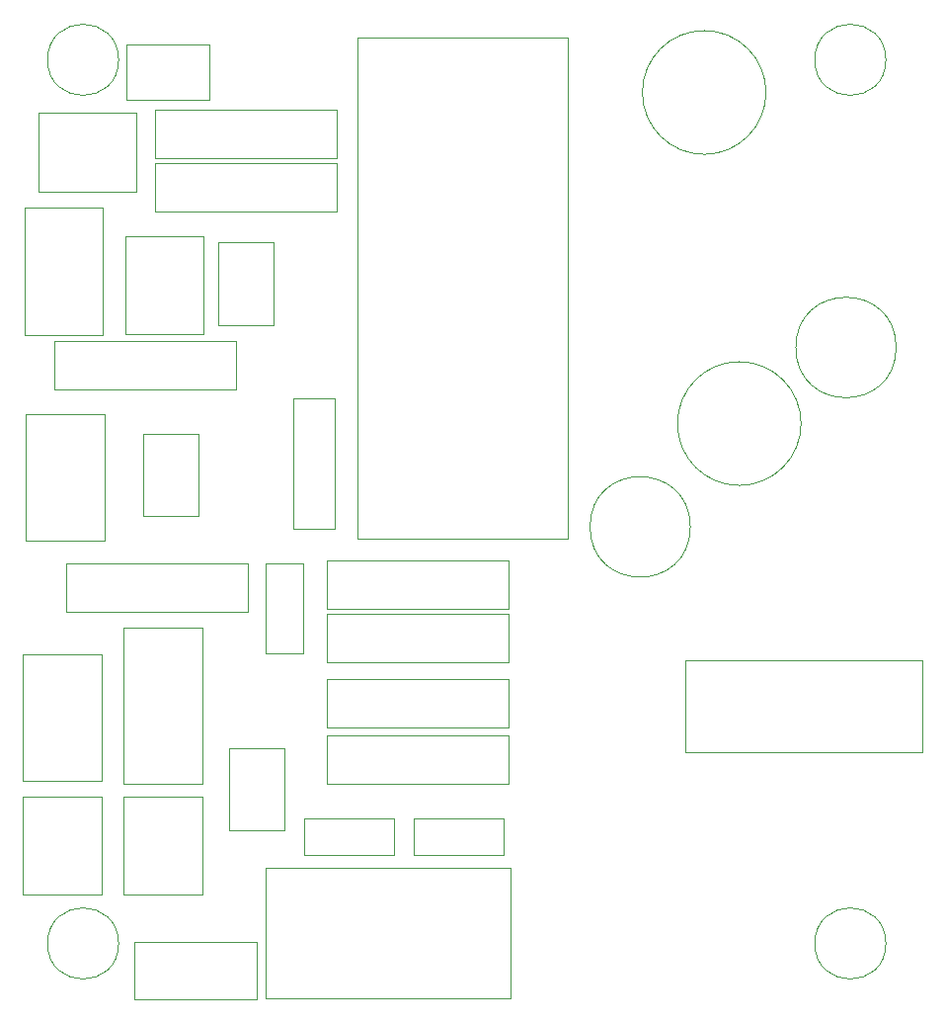
<source format=gbr>
G04 #@! TF.GenerationSoftware,KiCad,Pcbnew,5.0.2-bee76a0~70~ubuntu18.04.1*
G04 #@! TF.CreationDate,2019-05-27T22:26:56+02:00*
G04 #@! TF.ProjectId,flypi,666c7970-692e-46b6-9963-61645f706362,rev?*
G04 #@! TF.SameCoordinates,Original*
G04 #@! TF.FileFunction,Other,User*
%FSLAX46Y46*%
G04 Gerber Fmt 4.6, Leading zero omitted, Abs format (unit mm)*
G04 Created by KiCad (PCBNEW 5.0.2-bee76a0~70~ubuntu18.04.1) date Mon 27 May 2019 22:26:56 CEST*
%MOMM*%
%LPD*%
G01*
G04 APERTURE LIST*
%ADD10C,0.050000*%
G04 APERTURE END LIST*
D10*
G04 #@! TO.C,REF\002A\002A*
X179072000Y-129286000D02*
G75*
G03X179072000Y-129286000I-3050000J0D01*
G01*
X179072000Y-53594000D02*
G75*
G03X179072000Y-53594000I-3050000J0D01*
G01*
X113286000Y-53594000D02*
G75*
G03X113286000Y-53594000I-3050000J0D01*
G01*
G04 #@! TO.C,Q2*
X113990000Y-52270000D02*
X121090000Y-52270000D01*
X113990000Y-52270000D02*
X113990000Y-57010000D01*
X121090000Y-57010000D02*
X121090000Y-52270000D01*
X121090000Y-57010000D02*
X113990000Y-57010000D01*
G04 #@! TO.C,U5*
X133728000Y-51652000D02*
X133728000Y-94652000D01*
X151778000Y-51652000D02*
X151778000Y-94652000D01*
X133728000Y-51652000D02*
X151778000Y-51652000D01*
X133728000Y-94652000D02*
X151778000Y-94652000D01*
G04 #@! TO.C,C2*
X168789000Y-56388000D02*
G75*
G03X168789000Y-56388000I-5300000J0D01*
G01*
G04 #@! TO.C,C1*
X171797000Y-84749000D02*
G75*
G03X171797000Y-84749000I-5300000J0D01*
G01*
G04 #@! TO.C,C5*
X179946000Y-78232000D02*
G75*
G03X179946000Y-78232000I-4300000J0D01*
G01*
G04 #@! TO.C,C6*
X162300000Y-93600000D02*
G75*
G03X162300000Y-93600000I-4300000J0D01*
G01*
G04 #@! TO.C,U4*
X125888000Y-122802000D02*
X146888000Y-122802000D01*
X146888000Y-122802000D02*
X146888000Y-133952000D01*
X146888000Y-133952000D02*
X125888000Y-133952000D01*
X125888000Y-133952000D02*
X125888000Y-122802000D01*
G04 #@! TO.C,J12*
X182168000Y-112866000D02*
X161868000Y-112866000D01*
X161868000Y-112866000D02*
X161868000Y-105066000D01*
X161868000Y-105066000D02*
X182168000Y-105066000D01*
X182168000Y-105066000D02*
X182168000Y-112866000D01*
G04 #@! TO.C,R1*
X125138000Y-134068000D02*
X125138000Y-129158000D01*
X125138000Y-129158000D02*
X114638000Y-129158000D01*
X114638000Y-129158000D02*
X114638000Y-134068000D01*
X114638000Y-134068000D02*
X125138000Y-134068000D01*
G04 #@! TO.C,Q3*
X121857000Y-76321000D02*
X121857000Y-69221000D01*
X121857000Y-76321000D02*
X126597000Y-76321000D01*
X126597000Y-69221000D02*
X121857000Y-69221000D01*
X126597000Y-69221000D02*
X126597000Y-76321000D01*
G04 #@! TO.C,Q1*
X122746000Y-119628000D02*
X122746000Y-112528000D01*
X122746000Y-119628000D02*
X127486000Y-119628000D01*
X127486000Y-112528000D02*
X122746000Y-112528000D01*
X127486000Y-112528000D02*
X127486000Y-119628000D01*
G04 #@! TO.C,Q4*
X115380000Y-92704000D02*
X115380000Y-85604000D01*
X115380000Y-92704000D02*
X120120000Y-92704000D01*
X120120000Y-85604000D02*
X115380000Y-85604000D01*
X120120000Y-85604000D02*
X120120000Y-92704000D01*
G04 #@! TO.C,P9*
X131848000Y-93748000D02*
X131848000Y-82548000D01*
X131848000Y-82548000D02*
X128248000Y-82548000D01*
X128248000Y-82548000D02*
X128248000Y-93748000D01*
X128248000Y-93748000D02*
X131848000Y-93748000D01*
G04 #@! TO.C,P3*
X111816000Y-116684000D02*
X105066000Y-116684000D01*
X105066000Y-116684000D02*
X105066000Y-125084000D01*
X105066000Y-125084000D02*
X111816000Y-125084000D01*
X111816000Y-125084000D02*
X111816000Y-116684000D01*
G04 #@! TO.C,C7*
X129206000Y-118542000D02*
X129206000Y-121742000D01*
X129206000Y-121742000D02*
X136906000Y-121742000D01*
X136906000Y-121742000D02*
X136906000Y-118542000D01*
X136906000Y-118542000D02*
X129206000Y-118542000D01*
G04 #@! TO.C,C10*
X138604000Y-118542000D02*
X138604000Y-121742000D01*
X138604000Y-121742000D02*
X146304000Y-121742000D01*
X146304000Y-121742000D02*
X146304000Y-118542000D01*
X146304000Y-118542000D02*
X138604000Y-118542000D01*
G04 #@! TO.C,P1*
X120452000Y-116684000D02*
X113702000Y-116684000D01*
X113702000Y-116684000D02*
X113702000Y-125084000D01*
X113702000Y-125084000D02*
X120452000Y-125084000D01*
X120452000Y-125084000D02*
X120452000Y-116684000D01*
G04 #@! TO.C,P4*
X111816000Y-104492000D02*
X105066000Y-104492000D01*
X105066000Y-104492000D02*
X105066000Y-115392000D01*
X105066000Y-115392000D02*
X111816000Y-115392000D01*
X111816000Y-115392000D02*
X111816000Y-104492000D01*
G04 #@! TO.C,C8*
X129108000Y-96694000D02*
X125908000Y-96694000D01*
X125908000Y-96694000D02*
X125908000Y-104394000D01*
X125908000Y-104394000D02*
X129108000Y-104394000D01*
X129108000Y-104394000D02*
X129108000Y-96694000D01*
G04 #@! TO.C,P10*
X120452000Y-102206000D02*
X113702000Y-102206000D01*
X113702000Y-102206000D02*
X113702000Y-115606000D01*
X113702000Y-115606000D02*
X120452000Y-115606000D01*
X120452000Y-115606000D02*
X120452000Y-102206000D01*
G04 #@! TO.C,P8*
X111943000Y-66265000D02*
X105193000Y-66265000D01*
X105193000Y-66265000D02*
X105193000Y-77165000D01*
X105193000Y-77165000D02*
X111943000Y-77165000D01*
X111943000Y-77165000D02*
X111943000Y-66265000D01*
G04 #@! TO.C,P7*
X112070000Y-83918000D02*
X105320000Y-83918000D01*
X105320000Y-83918000D02*
X105320000Y-94818000D01*
X105320000Y-94818000D02*
X112070000Y-94818000D01*
X112070000Y-94818000D02*
X112070000Y-83918000D01*
G04 #@! TO.C,P6*
X120579000Y-68678000D02*
X113829000Y-68678000D01*
X113829000Y-68678000D02*
X113829000Y-77078000D01*
X113829000Y-77078000D02*
X120579000Y-77078000D01*
X120579000Y-77078000D02*
X120579000Y-68678000D01*
G04 #@! TO.C,P5*
X106397000Y-58110000D02*
X106397000Y-64860000D01*
X106397000Y-64860000D02*
X114797000Y-64860000D01*
X114797000Y-64860000D02*
X114797000Y-58110000D01*
X114797000Y-58110000D02*
X106397000Y-58110000D01*
G04 #@! TO.C,R4*
X132006000Y-62466000D02*
X116406000Y-62466000D01*
X132006000Y-66566000D02*
X132006000Y-62466000D01*
X116406000Y-66566000D02*
X132006000Y-66566000D01*
X116406000Y-62466000D02*
X116406000Y-66566000D01*
G04 #@! TO.C,R5*
X107770000Y-77706000D02*
X107770000Y-81806000D01*
X107770000Y-81806000D02*
X123370000Y-81806000D01*
X123370000Y-81806000D02*
X123370000Y-77706000D01*
X123370000Y-77706000D02*
X107770000Y-77706000D01*
G04 #@! TO.C,R7*
X131138000Y-96502000D02*
X131138000Y-100602000D01*
X131138000Y-100602000D02*
X146738000Y-100602000D01*
X146738000Y-100602000D02*
X146738000Y-96502000D01*
X146738000Y-96502000D02*
X131138000Y-96502000D01*
G04 #@! TO.C,R8*
X146738000Y-101074000D02*
X131138000Y-101074000D01*
X146738000Y-105174000D02*
X146738000Y-101074000D01*
X131138000Y-105174000D02*
X146738000Y-105174000D01*
X131138000Y-101074000D02*
X131138000Y-105174000D01*
G04 #@! TO.C,R9*
X131138000Y-106662000D02*
X131138000Y-110762000D01*
X131138000Y-110762000D02*
X146738000Y-110762000D01*
X146738000Y-110762000D02*
X146738000Y-106662000D01*
X146738000Y-106662000D02*
X131138000Y-106662000D01*
G04 #@! TO.C,1k1*
X108786000Y-100856000D02*
X124386000Y-100856000D01*
X108786000Y-96756000D02*
X108786000Y-100856000D01*
X124386000Y-96756000D02*
X108786000Y-96756000D01*
X124386000Y-100856000D02*
X124386000Y-96756000D01*
G04 #@! TO.C,R2*
X116406000Y-57894000D02*
X116406000Y-61994000D01*
X116406000Y-61994000D02*
X132006000Y-61994000D01*
X132006000Y-61994000D02*
X132006000Y-57894000D01*
X132006000Y-57894000D02*
X116406000Y-57894000D01*
G04 #@! TO.C,R3*
X131138000Y-111488000D02*
X131138000Y-115588000D01*
X131138000Y-115588000D02*
X146738000Y-115588000D01*
X146738000Y-115588000D02*
X146738000Y-111488000D01*
X146738000Y-111488000D02*
X131138000Y-111488000D01*
G04 #@! TO.C,REF\002A\002A*
X113286000Y-129286000D02*
G75*
G03X113286000Y-129286000I-3050000J0D01*
G01*
G04 #@! TD*
M02*

</source>
